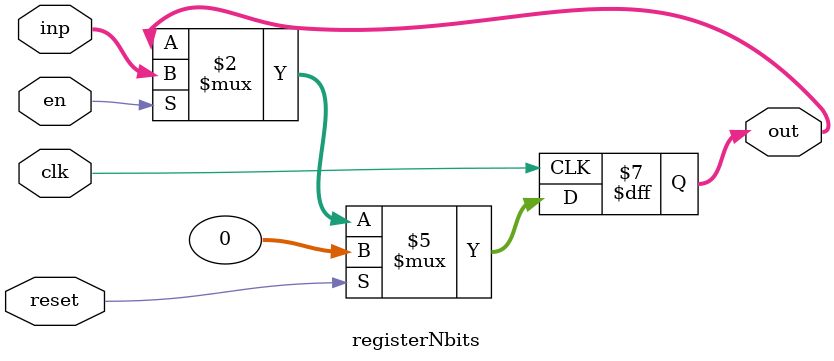
<source format=v>
module registerNbits #(parameter N = 32) (clk, reset, en, inp, out);
	input clk, reset, en;
	output reg [N-1:0] out;
	input [N-1:0] inp;
	always @(posedge clk) begin
			if (reset) 
				out <= 'b0;
			else if(en)
				out <= inp;
	end
endmodule
</source>
